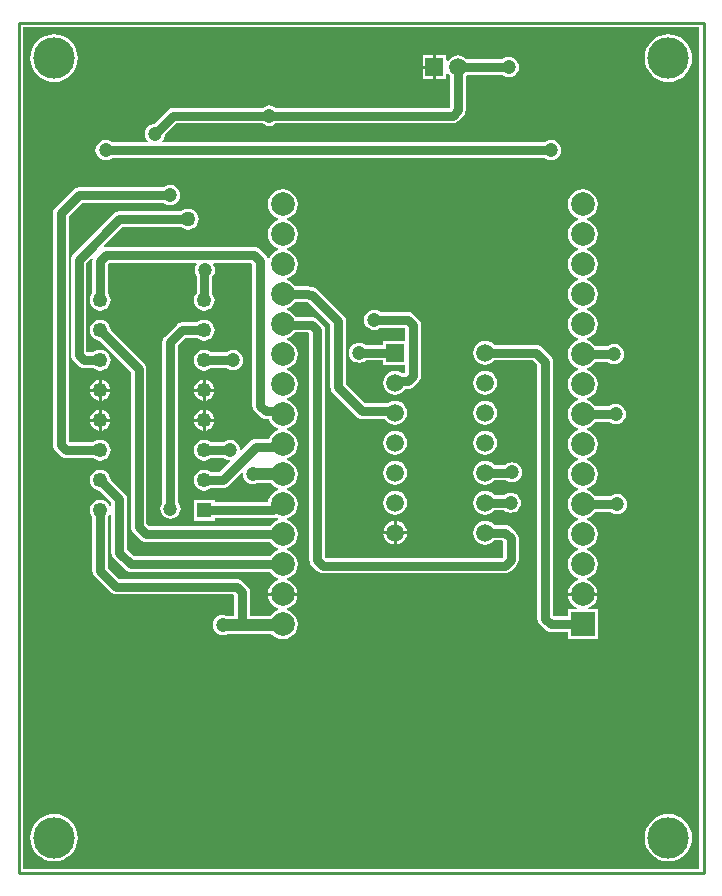
<source format=gbl>
G04*
G04 #@! TF.GenerationSoftware,Altium Limited,Altium Designer,22.1.2 (22)*
G04*
G04 Layer_Physical_Order=2*
G04 Layer_Color=16711680*
%FSLAX42Y42*%
%MOMM*%
G71*
G04*
G04 #@! TF.SameCoordinates,3311E10D-72A5-427B-B7FE-1BE08177FCE0*
G04*
G04*
G04 #@! TF.FilePolarity,Positive*
G04*
G01*
G75*
%ADD15C,0.25*%
%ADD46C,0.80*%
%ADD47C,1.00*%
%ADD48R,2.00X2.00*%
%ADD49C,2.00*%
%ADD50R,1.50X1.50*%
%ADD51C,1.50*%
%ADD52R,1.25X1.25*%
%ADD53C,1.25*%
%ADD54C,1.20*%
%ADD55C,1.27*%
%ADD56C,3.50*%
G36*
X5761Y39D02*
X39D01*
Y7161D01*
X5761D01*
Y39D01*
D02*
G37*
%LPC*%
G36*
X3719Y6925D02*
X3693Y6922D01*
X3669Y6912D01*
X3648Y6896D01*
X3633Y6876D01*
X3631Y6876D01*
X3620Y6884D01*
Y6925D01*
X3532D01*
Y6824D01*
Y6724D01*
X3620D01*
Y6764D01*
X3631Y6772D01*
X3633Y6772D01*
X3648Y6752D01*
X3654Y6748D01*
Y6488D01*
X3645Y6479D01*
X2177D01*
X2165Y6488D01*
X2145Y6497D01*
X2122Y6500D01*
X2100Y6497D01*
X2079Y6488D01*
X2068Y6479D01*
X1308D01*
X1291Y6477D01*
X1275Y6471D01*
X1261Y6460D01*
X1147Y6346D01*
X1133Y6344D01*
X1113Y6336D01*
X1095Y6322D01*
X1081Y6304D01*
X1072Y6283D01*
X1070Y6261D01*
X1072Y6239D01*
X1081Y6218D01*
X1095Y6200D01*
X1096Y6199D01*
X1092Y6187D01*
X791D01*
X780Y6196D01*
X759Y6205D01*
X737Y6208D01*
X714Y6205D01*
X694Y6196D01*
X676Y6182D01*
X662Y6164D01*
X653Y6144D01*
X650Y6121D01*
X653Y6099D01*
X662Y6078D01*
X676Y6060D01*
X694Y6047D01*
X714Y6038D01*
X737Y6035D01*
X759Y6038D01*
X780Y6047D01*
X791Y6055D01*
X4454D01*
X4465Y6047D01*
X4486Y6038D01*
X4508Y6035D01*
X4531Y6038D01*
X4552Y6047D01*
X4569Y6060D01*
X4583Y6078D01*
X4592Y6099D01*
X4595Y6121D01*
X4592Y6144D01*
X4583Y6164D01*
X4569Y6182D01*
X4552Y6196D01*
X4531Y6205D01*
X4508Y6208D01*
X4486Y6205D01*
X4465Y6196D01*
X4454Y6187D01*
X1220D01*
X1216Y6199D01*
X1217Y6200D01*
X1230Y6218D01*
X1239Y6239D01*
X1241Y6253D01*
X1335Y6348D01*
X2068D01*
X2079Y6339D01*
X2100Y6330D01*
X2122Y6327D01*
X2145Y6330D01*
X2165Y6339D01*
X2177Y6348D01*
X3673D01*
X3690Y6350D01*
X3706Y6356D01*
X3719Y6367D01*
X3766Y6414D01*
X3777Y6427D01*
X3783Y6443D01*
X3785Y6460D01*
Y6748D01*
X3791Y6752D01*
X3795Y6758D01*
X4094D01*
X4106Y6750D01*
X4126Y6741D01*
X4149Y6738D01*
X4171Y6741D01*
X4192Y6750D01*
X4210Y6763D01*
X4223Y6781D01*
X4232Y6802D01*
X4235Y6824D01*
X4232Y6846D01*
X4223Y6867D01*
X4210Y6885D01*
X4192Y6899D01*
X4171Y6907D01*
X4149Y6910D01*
X4126Y6907D01*
X4106Y6899D01*
X4094Y6890D01*
X3795D01*
X3791Y6896D01*
X3770Y6912D01*
X3746Y6922D01*
X3719Y6925D01*
D02*
G37*
G36*
X3507Y6925D02*
X3419D01*
Y6837D01*
X3507D01*
Y6925D01*
D02*
G37*
G36*
Y6811D02*
X3419D01*
Y6724D01*
X3507D01*
Y6811D01*
D02*
G37*
G36*
X5500Y7101D02*
X5461Y7097D01*
X5423Y7086D01*
X5388Y7067D01*
X5358Y7042D01*
X5333Y7012D01*
X5314Y6977D01*
X5302Y6939D01*
X5299Y6900D01*
X5302Y6861D01*
X5314Y6823D01*
X5333Y6788D01*
X5358Y6758D01*
X5388Y6733D01*
X5423Y6714D01*
X5461Y6702D01*
X5500Y6699D01*
X5539Y6702D01*
X5577Y6714D01*
X5612Y6733D01*
X5642Y6758D01*
X5667Y6788D01*
X5686Y6823D01*
X5697Y6861D01*
X5701Y6900D01*
X5697Y6939D01*
X5686Y6977D01*
X5667Y7012D01*
X5642Y7042D01*
X5612Y7067D01*
X5577Y7086D01*
X5539Y7097D01*
X5500Y7101D01*
D02*
G37*
G36*
X300D02*
X261Y7097D01*
X223Y7086D01*
X188Y7067D01*
X158Y7042D01*
X133Y7012D01*
X114Y6977D01*
X102Y6939D01*
X99Y6900D01*
X102Y6861D01*
X114Y6823D01*
X133Y6788D01*
X158Y6758D01*
X188Y6733D01*
X223Y6714D01*
X261Y6702D01*
X300Y6699D01*
X339Y6702D01*
X377Y6714D01*
X412Y6733D01*
X442Y6758D01*
X467Y6788D01*
X486Y6823D01*
X497Y6861D01*
X501Y6900D01*
X497Y6939D01*
X486Y6977D01*
X467Y7012D01*
X442Y7042D01*
X412Y7067D01*
X377Y7086D01*
X339Y7097D01*
X300Y7101D01*
D02*
G37*
G36*
X1283Y5827D02*
X1260Y5824D01*
X1240Y5815D01*
X1228Y5806D01*
X508D01*
X491Y5804D01*
X475Y5798D01*
X461Y5787D01*
X309Y5635D01*
X298Y5621D01*
X292Y5605D01*
X290Y5588D01*
Y3628D01*
X292Y3611D01*
X298Y3595D01*
X309Y3582D01*
X356Y3535D01*
X369Y3524D01*
X385Y3518D01*
X402Y3515D01*
X632D01*
X646Y3505D01*
X667Y3496D01*
X690Y3493D01*
X713Y3496D01*
X735Y3505D01*
X753Y3519D01*
X767Y3537D01*
X776Y3558D01*
X779Y3581D01*
X776Y3604D01*
X767Y3626D01*
X753Y3644D01*
X735Y3658D01*
X713Y3667D01*
X690Y3670D01*
X667Y3667D01*
X646Y3658D01*
X632Y3647D01*
X430D01*
X422Y3656D01*
Y5561D01*
X535Y5674D01*
X1228D01*
X1240Y5666D01*
X1260Y5657D01*
X1283Y5654D01*
X1305Y5657D01*
X1326Y5666D01*
X1344Y5679D01*
X1357Y5697D01*
X1366Y5718D01*
X1369Y5740D01*
X1366Y5763D01*
X1357Y5783D01*
X1344Y5801D01*
X1326Y5815D01*
X1305Y5824D01*
X1283Y5827D01*
D02*
G37*
G36*
X2235Y5791D02*
X2202Y5786D01*
X2172Y5774D01*
X2146Y5754D01*
X2126Y5727D01*
X2113Y5697D01*
X2109Y5664D01*
X2113Y5631D01*
X2126Y5601D01*
X2146Y5575D01*
X2172Y5555D01*
X2198Y5544D01*
Y5530D01*
X2172Y5520D01*
X2146Y5500D01*
X2126Y5473D01*
X2113Y5443D01*
X2109Y5410D01*
X2113Y5377D01*
X2126Y5347D01*
X2146Y5321D01*
X2172Y5301D01*
X2198Y5290D01*
Y5276D01*
X2172Y5266D01*
X2146Y5246D01*
X2126Y5219D01*
X2120Y5206D01*
X2107Y5207D01*
X2102Y5219D01*
X2091Y5232D01*
X2043Y5281D01*
X2029Y5291D01*
X2013Y5298D01*
X1996Y5300D01*
X739D01*
X723Y5298D01*
X722Y5299D01*
X719Y5312D01*
X878Y5471D01*
X1375D01*
X1390Y5460D01*
X1412Y5451D01*
X1435Y5448D01*
X1458Y5451D01*
X1480Y5460D01*
X1499Y5474D01*
X1513Y5492D01*
X1522Y5514D01*
X1525Y5537D01*
X1522Y5560D01*
X1513Y5582D01*
X1499Y5601D01*
X1480Y5615D01*
X1458Y5624D01*
X1435Y5627D01*
X1412Y5624D01*
X1390Y5615D01*
X1375Y5603D01*
X851D01*
X834Y5601D01*
X818Y5594D01*
X804Y5584D01*
X461Y5241D01*
X451Y5227D01*
X444Y5211D01*
X442Y5194D01*
Y4390D01*
X444Y4373D01*
X451Y4357D01*
X461Y4344D01*
X508Y4297D01*
X522Y4286D01*
X538Y4280D01*
X555Y4277D01*
X632D01*
X646Y4267D01*
X667Y4258D01*
X690Y4255D01*
X713Y4258D01*
X735Y4267D01*
X753Y4281D01*
X767Y4299D01*
X776Y4320D01*
X779Y4343D01*
X776Y4366D01*
X767Y4388D01*
X753Y4406D01*
X735Y4420D01*
X713Y4429D01*
X690Y4432D01*
X667Y4429D01*
X646Y4420D01*
X632Y4409D01*
X582D01*
X574Y4418D01*
Y5167D01*
X612Y5205D01*
X625Y5202D01*
X626Y5201D01*
X624Y5186D01*
Y4910D01*
X614Y4896D01*
X605Y4874D01*
X602Y4851D01*
X605Y4828D01*
X614Y4807D01*
X628Y4789D01*
X646Y4775D01*
X667Y4766D01*
X690Y4763D01*
X713Y4766D01*
X735Y4775D01*
X753Y4789D01*
X767Y4807D01*
X776Y4828D01*
X779Y4851D01*
X776Y4874D01*
X767Y4896D01*
X756Y4910D01*
Y5158D01*
X766Y5168D01*
X1499D01*
X1506Y5156D01*
X1500Y5148D01*
X1492Y5128D01*
X1489Y5105D01*
X1492Y5083D01*
X1500Y5062D01*
X1507Y5054D01*
Y4913D01*
X1494Y4896D01*
X1485Y4874D01*
X1482Y4851D01*
X1485Y4828D01*
X1494Y4807D01*
X1508Y4789D01*
X1526Y4775D01*
X1547Y4766D01*
X1570Y4763D01*
X1593Y4766D01*
X1615Y4775D01*
X1633Y4789D01*
X1647Y4807D01*
X1656Y4828D01*
X1659Y4851D01*
X1656Y4874D01*
X1647Y4896D01*
X1639Y4907D01*
Y5048D01*
X1649Y5062D01*
X1658Y5083D01*
X1661Y5105D01*
X1658Y5128D01*
X1649Y5148D01*
X1644Y5156D01*
X1650Y5168D01*
X1969D01*
X1979Y5158D01*
Y3956D01*
X1981Y3939D01*
X1988Y3923D01*
X1998Y3909D01*
X2045Y3863D01*
X2059Y3852D01*
X2074Y3845D01*
X2092Y3843D01*
X2117D01*
X2126Y3823D01*
X2146Y3797D01*
X2172Y3777D01*
X2198Y3766D01*
Y3752D01*
X2172Y3742D01*
X2146Y3722D01*
X2126Y3695D01*
X2117Y3675D01*
X2009D01*
X1992Y3673D01*
X1976Y3666D01*
X1962Y3656D01*
X1889Y3583D01*
X1876Y3587D01*
X1874Y3604D01*
X1865Y3624D01*
X1852Y3642D01*
X1834Y3656D01*
X1813Y3665D01*
X1791Y3668D01*
X1768Y3665D01*
X1748Y3656D01*
X1736Y3647D01*
X1629D01*
X1615Y3658D01*
X1593Y3667D01*
X1570Y3670D01*
X1547Y3667D01*
X1526Y3658D01*
X1508Y3644D01*
X1494Y3626D01*
X1485Y3604D01*
X1482Y3581D01*
X1485Y3558D01*
X1494Y3537D01*
X1508Y3519D01*
X1526Y3505D01*
X1547Y3496D01*
X1570Y3493D01*
X1593Y3496D01*
X1615Y3505D01*
X1629Y3515D01*
X1736D01*
X1748Y3507D01*
X1768Y3498D01*
X1785Y3496D01*
X1789Y3483D01*
X1700Y3393D01*
X1629D01*
X1615Y3404D01*
X1593Y3413D01*
X1570Y3416D01*
X1547Y3413D01*
X1526Y3404D01*
X1508Y3390D01*
X1494Y3372D01*
X1485Y3350D01*
X1482Y3327D01*
X1485Y3304D01*
X1494Y3283D01*
X1508Y3265D01*
X1526Y3251D01*
X1547Y3242D01*
X1570Y3239D01*
X1593Y3242D01*
X1615Y3251D01*
X1629Y3261D01*
X1727D01*
X1744Y3264D01*
X1760Y3270D01*
X1774Y3281D01*
X1884Y3391D01*
X1896Y3385D01*
X1895Y3378D01*
X1898Y3356D01*
X1907Y3335D01*
X1920Y3317D01*
X1938Y3304D01*
X1959Y3295D01*
X1981Y3292D01*
X2003Y3295D01*
X2021Y3302D01*
X2135D01*
X2146Y3289D01*
X2172Y3269D01*
X2198Y3258D01*
Y3244D01*
X2172Y3234D01*
X2146Y3214D01*
X2126Y3187D01*
X2113Y3157D01*
X2111Y3139D01*
X1658D01*
Y3161D01*
X1482D01*
Y2985D01*
X1658D01*
Y3007D01*
X2152D01*
X2169Y3010D01*
X2176Y3013D01*
X2198Y3004D01*
Y2990D01*
X2172Y2980D01*
X2146Y2960D01*
X2128Y2936D01*
X1107D01*
X1082Y2961D01*
Y4272D01*
X1080Y4289D01*
X1073Y4305D01*
X1063Y4318D01*
X778Y4603D01*
X776Y4620D01*
X767Y4642D01*
X753Y4660D01*
X735Y4674D01*
X713Y4683D01*
X690Y4686D01*
X667Y4683D01*
X646Y4674D01*
X628Y4660D01*
X614Y4642D01*
X605Y4620D01*
X602Y4597D01*
X605Y4574D01*
X614Y4553D01*
X628Y4535D01*
X646Y4521D01*
X667Y4512D01*
X685Y4509D01*
X950Y4244D01*
Y2934D01*
X952Y2917D01*
X959Y2901D01*
X969Y2887D01*
X1033Y2824D01*
X1047Y2813D01*
X1062Y2806D01*
X1080Y2804D01*
X2128D01*
X2146Y2781D01*
X2172Y2761D01*
X2198Y2750D01*
Y2736D01*
X2172Y2726D01*
X2146Y2706D01*
X2128Y2682D01*
X976D01*
X917Y2741D01*
Y3167D01*
X915Y3184D01*
X908Y3200D01*
X898Y3213D01*
X778Y3333D01*
X776Y3350D01*
X767Y3372D01*
X753Y3390D01*
X735Y3404D01*
X713Y3413D01*
X690Y3416D01*
X667Y3413D01*
X646Y3404D01*
X628Y3390D01*
X614Y3372D01*
X605Y3350D01*
X602Y3327D01*
X605Y3304D01*
X614Y3283D01*
X628Y3265D01*
X646Y3251D01*
X667Y3242D01*
X685Y3239D01*
X785Y3139D01*
Y3108D01*
X772Y3105D01*
X767Y3118D01*
X753Y3136D01*
X735Y3150D01*
X713Y3159D01*
X690Y3162D01*
X667Y3159D01*
X646Y3150D01*
X628Y3136D01*
X614Y3118D01*
X605Y3096D01*
X602Y3073D01*
X605Y3050D01*
X614Y3029D01*
X624Y3015D01*
Y2561D01*
X627Y2544D01*
X633Y2528D01*
X644Y2514D01*
X779Y2379D01*
X793Y2369D01*
X808Y2362D01*
X826Y2360D01*
X1818D01*
X1826Y2352D01*
Y2180D01*
X1757D01*
X1749Y2184D01*
X1727Y2187D01*
X1705Y2184D01*
X1684Y2175D01*
X1666Y2161D01*
X1653Y2143D01*
X1644Y2123D01*
X1641Y2100D01*
X1644Y2078D01*
X1653Y2057D01*
X1666Y2040D01*
X1684Y2026D01*
X1705Y2017D01*
X1727Y2014D01*
X1749Y2017D01*
X1770Y2026D01*
X1773Y2028D01*
X2138D01*
X2146Y2019D01*
X2172Y1999D01*
X2202Y1986D01*
X2235Y1982D01*
X2268Y1986D01*
X2298Y1999D01*
X2325Y2019D01*
X2345Y2045D01*
X2357Y2075D01*
X2362Y2108D01*
X2357Y2141D01*
X2345Y2171D01*
X2325Y2198D01*
X2298Y2218D01*
X2273Y2228D01*
Y2242D01*
X2298Y2253D01*
X2325Y2273D01*
X2345Y2299D01*
X2357Y2329D01*
X2360Y2350D01*
X2235D01*
X2110D01*
X2113Y2329D01*
X2126Y2299D01*
X2146Y2273D01*
X2172Y2253D01*
X2198Y2242D01*
Y2228D01*
X2172Y2218D01*
X2146Y2198D01*
X2133Y2180D01*
X1958D01*
Y2379D01*
X1956Y2396D01*
X1949Y2412D01*
X1939Y2425D01*
X1892Y2472D01*
X1878Y2483D01*
X1863Y2489D01*
X1845Y2492D01*
X853D01*
X756Y2588D01*
Y3015D01*
X767Y3029D01*
X772Y3042D01*
X785Y3039D01*
Y2714D01*
X787Y2697D01*
X794Y2681D01*
X804Y2667D01*
X902Y2570D01*
X916Y2559D01*
X931Y2552D01*
X949Y2550D01*
X2128D01*
X2146Y2527D01*
X2172Y2507D01*
X2198Y2496D01*
Y2482D01*
X2172Y2472D01*
X2146Y2452D01*
X2126Y2425D01*
X2113Y2395D01*
X2110Y2375D01*
X2235D01*
X2360D01*
X2357Y2395D01*
X2345Y2425D01*
X2325Y2452D01*
X2298Y2472D01*
X2273Y2482D01*
Y2496D01*
X2298Y2507D01*
X2325Y2527D01*
X2345Y2553D01*
X2357Y2583D01*
X2362Y2616D01*
X2357Y2649D01*
X2345Y2679D01*
X2325Y2706D01*
X2298Y2726D01*
X2273Y2736D01*
Y2750D01*
X2298Y2761D01*
X2325Y2781D01*
X2345Y2807D01*
X2357Y2837D01*
X2362Y2870D01*
X2357Y2903D01*
X2345Y2933D01*
X2325Y2960D01*
X2298Y2980D01*
X2273Y2990D01*
Y3004D01*
X2298Y3015D01*
X2325Y3035D01*
X2345Y3061D01*
X2357Y3091D01*
X2362Y3124D01*
X2357Y3157D01*
X2345Y3187D01*
X2325Y3214D01*
X2298Y3234D01*
X2273Y3244D01*
Y3258D01*
X2298Y3269D01*
X2325Y3289D01*
X2345Y3315D01*
X2357Y3345D01*
X2362Y3378D01*
X2357Y3411D01*
X2345Y3441D01*
X2325Y3468D01*
X2298Y3488D01*
X2273Y3498D01*
Y3512D01*
X2298Y3523D01*
X2325Y3543D01*
X2345Y3569D01*
X2357Y3599D01*
X2362Y3632D01*
X2357Y3665D01*
X2345Y3695D01*
X2325Y3722D01*
X2298Y3742D01*
X2273Y3752D01*
Y3766D01*
X2298Y3777D01*
X2325Y3797D01*
X2345Y3823D01*
X2357Y3853D01*
X2362Y3886D01*
X2357Y3919D01*
X2345Y3949D01*
X2325Y3976D01*
X2298Y3996D01*
X2273Y4006D01*
Y4020D01*
X2298Y4031D01*
X2325Y4051D01*
X2345Y4077D01*
X2357Y4107D01*
X2362Y4140D01*
X2357Y4173D01*
X2345Y4203D01*
X2325Y4230D01*
X2298Y4250D01*
X2273Y4260D01*
Y4274D01*
X2298Y4285D01*
X2325Y4305D01*
X2345Y4331D01*
X2357Y4361D01*
X2362Y4394D01*
X2357Y4427D01*
X2345Y4457D01*
X2325Y4484D01*
X2298Y4504D01*
X2273Y4514D01*
Y4528D01*
X2298Y4539D01*
X2325Y4559D01*
X2340Y4578D01*
X2453D01*
X2461Y4570D01*
Y2650D01*
X2464Y2633D01*
X2470Y2617D01*
X2481Y2604D01*
X2528Y2557D01*
X2541Y2546D01*
X2557Y2540D01*
X2574Y2538D01*
X4119D01*
X4136Y2540D01*
X4152Y2546D01*
X4165Y2557D01*
X4212Y2604D01*
X4223Y2617D01*
X4229Y2633D01*
X4232Y2650D01*
Y2836D01*
X4229Y2853D01*
X4223Y2869D01*
X4212Y2883D01*
X4165Y2930D01*
X4152Y2940D01*
X4136Y2947D01*
X4119Y2949D01*
X4026D01*
X4021Y2955D01*
X4000Y2971D01*
X3976Y2981D01*
X3950Y2984D01*
X3923Y2981D01*
X3899Y2971D01*
X3878Y2955D01*
X3862Y2934D01*
X3852Y2909D01*
X3848Y2883D01*
X3852Y2857D01*
X3862Y2832D01*
X3878Y2811D01*
X3899Y2795D01*
X3923Y2785D01*
X3950Y2782D01*
X3976Y2785D01*
X4000Y2795D01*
X4021Y2811D01*
X4026Y2817D01*
X4091D01*
X4100Y2809D01*
Y2678D01*
X4091Y2669D01*
X2601D01*
X2593Y2678D01*
Y4597D01*
X2591Y4614D01*
X2584Y4630D01*
X2574Y4644D01*
X2527Y4691D01*
X2513Y4701D01*
X2498Y4708D01*
X2480Y4710D01*
X2345D01*
X2345Y4711D01*
X2325Y4738D01*
X2298Y4758D01*
X2273Y4768D01*
Y4782D01*
X2298Y4793D01*
X2325Y4813D01*
X2343Y4836D01*
X2434D01*
X2438Y4835D01*
X2453Y4833D01*
X2639Y4646D01*
Y4115D01*
X2641Y4098D01*
X2648Y4082D01*
X2658Y4068D01*
X2862Y3865D01*
X2875Y3854D01*
X2891Y3848D01*
X2908Y3846D01*
X3102D01*
X3116Y3827D01*
X3137Y3811D01*
X3161Y3801D01*
X3188Y3798D01*
X3214Y3801D01*
X3238Y3811D01*
X3259Y3827D01*
X3275Y3848D01*
X3286Y3873D01*
X3289Y3899D01*
X3286Y3925D01*
X3275Y3950D01*
X3259Y3971D01*
X3238Y3987D01*
X3214Y3997D01*
X3188Y4000D01*
X3161Y3997D01*
X3137Y3987D01*
X3125Y3978D01*
X2936D01*
X2771Y4142D01*
Y4674D01*
X2769Y4691D01*
X2762Y4707D01*
X2752Y4720D01*
X2527Y4945D01*
X2513Y4956D01*
X2497Y4962D01*
X2480Y4964D01*
X2472D01*
X2468Y4966D01*
X2451Y4968D01*
X2343D01*
X2325Y4992D01*
X2298Y5012D01*
X2273Y5022D01*
Y5036D01*
X2298Y5047D01*
X2325Y5067D01*
X2345Y5093D01*
X2357Y5123D01*
X2362Y5156D01*
X2357Y5189D01*
X2345Y5219D01*
X2325Y5246D01*
X2298Y5266D01*
X2273Y5276D01*
Y5290D01*
X2298Y5301D01*
X2325Y5321D01*
X2345Y5347D01*
X2357Y5377D01*
X2362Y5410D01*
X2357Y5443D01*
X2345Y5473D01*
X2325Y5500D01*
X2298Y5520D01*
X2273Y5530D01*
Y5544D01*
X2298Y5555D01*
X2325Y5575D01*
X2345Y5601D01*
X2357Y5631D01*
X2362Y5664D01*
X2357Y5697D01*
X2345Y5727D01*
X2325Y5754D01*
X2298Y5774D01*
X2268Y5786D01*
X2235Y5791D01*
D02*
G37*
G36*
X1570Y4686D02*
X1547Y4683D01*
X1526Y4674D01*
X1512Y4663D01*
X1384D01*
X1367Y4661D01*
X1351Y4655D01*
X1338Y4644D01*
X1236Y4542D01*
X1226Y4529D01*
X1219Y4513D01*
X1217Y4496D01*
Y3138D01*
X1210Y3129D01*
X1201Y3108D01*
X1198Y3086D01*
X1201Y3064D01*
X1210Y3043D01*
X1224Y3025D01*
X1242Y3012D01*
X1262Y3003D01*
X1285Y3000D01*
X1307Y3003D01*
X1328Y3012D01*
X1346Y3025D01*
X1359Y3043D01*
X1368Y3064D01*
X1371Y3086D01*
X1368Y3108D01*
X1359Y3129D01*
X1349Y3143D01*
Y4468D01*
X1412Y4531D01*
X1512D01*
X1526Y4521D01*
X1547Y4512D01*
X1570Y4509D01*
X1593Y4512D01*
X1615Y4521D01*
X1633Y4535D01*
X1647Y4553D01*
X1656Y4574D01*
X1659Y4597D01*
X1656Y4620D01*
X1647Y4642D01*
X1633Y4660D01*
X1615Y4674D01*
X1593Y4683D01*
X1570Y4686D01*
D02*
G37*
G36*
X3010Y4772D02*
X2988Y4770D01*
X2967Y4761D01*
X2949Y4747D01*
X2935Y4729D01*
X2927Y4709D01*
X2924Y4686D01*
X2927Y4664D01*
X2935Y4643D01*
X2949Y4625D01*
X2967Y4612D01*
X2988Y4603D01*
X3010Y4600D01*
X3032Y4603D01*
X3053Y4612D01*
X3064Y4620D01*
X3266D01*
X3274Y4612D01*
Y4507D01*
X3087D01*
Y4473D01*
X2937D01*
X2926Y4481D01*
X2905Y4490D01*
X2883Y4493D01*
X2861Y4490D01*
X2840Y4481D01*
X2822Y4468D01*
X2808Y4450D01*
X2800Y4429D01*
X2797Y4407D01*
X2800Y4385D01*
X2808Y4364D01*
X2822Y4346D01*
X2840Y4332D01*
X2861Y4324D01*
X2883Y4321D01*
X2905Y4324D01*
X2926Y4332D01*
X2937Y4341D01*
X3087D01*
Y4306D01*
X3274D01*
Y4240D01*
X3266Y4232D01*
X3249D01*
X3238Y4241D01*
X3214Y4251D01*
X3188Y4254D01*
X3161Y4251D01*
X3137Y4241D01*
X3116Y4225D01*
X3100Y4204D01*
X3090Y4179D01*
X3086Y4153D01*
X3090Y4127D01*
X3100Y4102D01*
X3116Y4081D01*
X3137Y4065D01*
X3161Y4055D01*
X3188Y4052D01*
X3214Y4055D01*
X3238Y4065D01*
X3259Y4081D01*
X3274Y4100D01*
X3293D01*
X3310Y4103D01*
X3326Y4109D01*
X3340Y4120D01*
X3387Y4167D01*
X3397Y4180D01*
X3404Y4196D01*
X3406Y4213D01*
Y4639D01*
X3404Y4657D01*
X3397Y4672D01*
X3387Y4686D01*
X3340Y4733D01*
X3326Y4743D01*
X3310Y4750D01*
X3293Y4752D01*
X3064D01*
X3053Y4761D01*
X3032Y4770D01*
X3010Y4772D01*
D02*
G37*
G36*
X4775Y5791D02*
X4742Y5786D01*
X4712Y5774D01*
X4686Y5754D01*
X4666Y5727D01*
X4653Y5697D01*
X4649Y5664D01*
X4653Y5631D01*
X4666Y5601D01*
X4686Y5575D01*
X4712Y5555D01*
X4738Y5544D01*
Y5530D01*
X4712Y5520D01*
X4686Y5500D01*
X4666Y5473D01*
X4653Y5443D01*
X4649Y5410D01*
X4653Y5377D01*
X4666Y5347D01*
X4686Y5321D01*
X4712Y5301D01*
X4738Y5290D01*
Y5276D01*
X4712Y5266D01*
X4686Y5246D01*
X4666Y5219D01*
X4653Y5189D01*
X4649Y5156D01*
X4653Y5123D01*
X4666Y5093D01*
X4686Y5067D01*
X4712Y5047D01*
X4738Y5036D01*
Y5022D01*
X4712Y5012D01*
X4686Y4992D01*
X4666Y4965D01*
X4653Y4935D01*
X4649Y4902D01*
X4653Y4869D01*
X4666Y4839D01*
X4686Y4813D01*
X4712Y4793D01*
X4738Y4782D01*
Y4768D01*
X4712Y4758D01*
X4686Y4738D01*
X4666Y4711D01*
X4653Y4681D01*
X4649Y4648D01*
X4653Y4615D01*
X4666Y4585D01*
X4686Y4559D01*
X4712Y4539D01*
X4738Y4528D01*
Y4514D01*
X4712Y4504D01*
X4686Y4484D01*
X4666Y4457D01*
X4653Y4427D01*
X4649Y4394D01*
X4653Y4361D01*
X4666Y4331D01*
X4686Y4305D01*
X4712Y4285D01*
X4738Y4274D01*
Y4260D01*
X4712Y4250D01*
X4686Y4230D01*
X4666Y4203D01*
X4653Y4173D01*
X4649Y4140D01*
X4653Y4107D01*
X4666Y4077D01*
X4686Y4051D01*
X4712Y4031D01*
X4738Y4020D01*
Y4006D01*
X4712Y3996D01*
X4686Y3976D01*
X4666Y3949D01*
X4653Y3919D01*
X4649Y3886D01*
X4653Y3853D01*
X4666Y3823D01*
X4686Y3797D01*
X4712Y3777D01*
X4738Y3766D01*
Y3752D01*
X4712Y3742D01*
X4686Y3722D01*
X4666Y3695D01*
X4653Y3665D01*
X4649Y3632D01*
X4653Y3599D01*
X4666Y3569D01*
X4686Y3543D01*
X4712Y3523D01*
X4738Y3512D01*
Y3498D01*
X4712Y3488D01*
X4686Y3468D01*
X4666Y3441D01*
X4653Y3411D01*
X4649Y3378D01*
X4653Y3345D01*
X4666Y3315D01*
X4686Y3289D01*
X4712Y3269D01*
X4738Y3258D01*
Y3244D01*
X4712Y3234D01*
X4686Y3214D01*
X4666Y3187D01*
X4653Y3157D01*
X4649Y3124D01*
X4653Y3091D01*
X4666Y3061D01*
X4686Y3035D01*
X4712Y3015D01*
X4738Y3004D01*
Y2990D01*
X4712Y2980D01*
X4686Y2960D01*
X4666Y2933D01*
X4653Y2903D01*
X4649Y2870D01*
X4653Y2837D01*
X4666Y2807D01*
X4686Y2781D01*
X4712Y2761D01*
X4738Y2750D01*
Y2736D01*
X4712Y2726D01*
X4686Y2706D01*
X4666Y2679D01*
X4653Y2649D01*
X4649Y2616D01*
X4653Y2583D01*
X4666Y2553D01*
X4686Y2527D01*
X4712Y2507D01*
X4738Y2496D01*
Y2482D01*
X4712Y2472D01*
X4686Y2452D01*
X4666Y2425D01*
X4653Y2395D01*
X4650Y2375D01*
X4775D01*
X4900D01*
X4897Y2395D01*
X4885Y2425D01*
X4865Y2452D01*
X4838Y2472D01*
X4813Y2482D01*
Y2496D01*
X4838Y2507D01*
X4865Y2527D01*
X4885Y2553D01*
X4897Y2583D01*
X4902Y2616D01*
X4897Y2649D01*
X4885Y2679D01*
X4865Y2706D01*
X4838Y2726D01*
X4813Y2736D01*
Y2750D01*
X4838Y2761D01*
X4865Y2781D01*
X4885Y2807D01*
X4897Y2837D01*
X4902Y2870D01*
X4897Y2903D01*
X4885Y2933D01*
X4865Y2960D01*
X4838Y2980D01*
X4813Y2990D01*
Y3004D01*
X4838Y3015D01*
X4865Y3035D01*
X4883Y3058D01*
X5013D01*
X5024Y3050D01*
X5045Y3041D01*
X5067Y3038D01*
X5090Y3041D01*
X5110Y3050D01*
X5128Y3063D01*
X5142Y3081D01*
X5151Y3102D01*
X5153Y3124D01*
X5151Y3146D01*
X5142Y3167D01*
X5128Y3185D01*
X5110Y3199D01*
X5090Y3207D01*
X5067Y3210D01*
X5045Y3207D01*
X5024Y3199D01*
X5013Y3190D01*
X4883D01*
X4865Y3214D01*
X4838Y3234D01*
X4813Y3244D01*
Y3258D01*
X4838Y3269D01*
X4865Y3289D01*
X4885Y3315D01*
X4897Y3345D01*
X4902Y3378D01*
X4897Y3411D01*
X4885Y3441D01*
X4865Y3468D01*
X4838Y3488D01*
X4813Y3498D01*
Y3512D01*
X4838Y3523D01*
X4865Y3543D01*
X4885Y3569D01*
X4897Y3599D01*
X4902Y3632D01*
X4897Y3665D01*
X4885Y3695D01*
X4865Y3722D01*
X4838Y3742D01*
X4813Y3752D01*
Y3766D01*
X4838Y3777D01*
X4865Y3797D01*
X4883Y3820D01*
X5000D01*
X5012Y3812D01*
X5032Y3803D01*
X5055Y3800D01*
X5077Y3803D01*
X5098Y3812D01*
X5116Y3825D01*
X5129Y3843D01*
X5138Y3864D01*
X5141Y3886D01*
X5138Y3908D01*
X5129Y3929D01*
X5116Y3947D01*
X5098Y3961D01*
X5077Y3969D01*
X5055Y3972D01*
X5032Y3969D01*
X5012Y3961D01*
X5000Y3952D01*
X4883D01*
X4865Y3976D01*
X4838Y3996D01*
X4813Y4006D01*
Y4020D01*
X4838Y4031D01*
X4865Y4051D01*
X4885Y4077D01*
X4897Y4107D01*
X4902Y4140D01*
X4897Y4173D01*
X4885Y4203D01*
X4865Y4230D01*
X4838Y4250D01*
X4813Y4260D01*
Y4274D01*
X4838Y4285D01*
X4865Y4305D01*
X4883Y4328D01*
X4978D01*
X4986Y4329D01*
X4999Y4320D01*
X5020Y4311D01*
X5042Y4308D01*
X5064Y4311D01*
X5085Y4320D01*
X5103Y4333D01*
X5116Y4351D01*
X5125Y4372D01*
X5128Y4394D01*
X5125Y4416D01*
X5116Y4437D01*
X5103Y4455D01*
X5085Y4469D01*
X5064Y4477D01*
X5042Y4480D01*
X5020Y4477D01*
X4999Y4469D01*
X4986Y4459D01*
X4978Y4460D01*
X4883D01*
X4865Y4484D01*
X4838Y4504D01*
X4813Y4514D01*
Y4528D01*
X4838Y4539D01*
X4865Y4559D01*
X4885Y4585D01*
X4897Y4615D01*
X4902Y4648D01*
X4897Y4681D01*
X4885Y4711D01*
X4865Y4738D01*
X4838Y4758D01*
X4813Y4768D01*
Y4782D01*
X4838Y4793D01*
X4865Y4813D01*
X4885Y4839D01*
X4897Y4869D01*
X4902Y4902D01*
X4897Y4935D01*
X4885Y4965D01*
X4865Y4992D01*
X4838Y5012D01*
X4813Y5022D01*
Y5036D01*
X4838Y5047D01*
X4865Y5067D01*
X4885Y5093D01*
X4897Y5123D01*
X4902Y5156D01*
X4897Y5189D01*
X4885Y5219D01*
X4865Y5246D01*
X4838Y5266D01*
X4813Y5276D01*
Y5290D01*
X4838Y5301D01*
X4865Y5321D01*
X4885Y5347D01*
X4897Y5377D01*
X4902Y5410D01*
X4897Y5443D01*
X4885Y5473D01*
X4865Y5500D01*
X4838Y5520D01*
X4813Y5530D01*
Y5544D01*
X4838Y5555D01*
X4865Y5575D01*
X4885Y5601D01*
X4897Y5631D01*
X4902Y5664D01*
X4897Y5697D01*
X4885Y5727D01*
X4865Y5754D01*
X4838Y5774D01*
X4808Y5786D01*
X4775Y5791D01*
D02*
G37*
G36*
X1570Y4432D02*
X1547Y4429D01*
X1526Y4420D01*
X1508Y4406D01*
X1494Y4388D01*
X1485Y4366D01*
X1482Y4343D01*
X1485Y4320D01*
X1494Y4299D01*
X1508Y4281D01*
X1526Y4267D01*
X1547Y4258D01*
X1570Y4255D01*
X1593Y4258D01*
X1615Y4267D01*
X1629Y4277D01*
X1762D01*
X1773Y4269D01*
X1794Y4260D01*
X1816Y4257D01*
X1838Y4260D01*
X1859Y4269D01*
X1877Y4282D01*
X1891Y4300D01*
X1899Y4321D01*
X1902Y4343D01*
X1899Y4366D01*
X1891Y4386D01*
X1877Y4404D01*
X1859Y4418D01*
X1838Y4427D01*
X1816Y4430D01*
X1794Y4427D01*
X1773Y4418D01*
X1762Y4409D01*
X1629D01*
X1615Y4420D01*
X1593Y4429D01*
X1570Y4432D01*
D02*
G37*
G36*
X1583Y4176D02*
Y4102D01*
X1657D01*
X1656Y4112D01*
X1647Y4134D01*
X1633Y4152D01*
X1615Y4166D01*
X1593Y4175D01*
X1583Y4176D01*
D02*
G37*
G36*
X703D02*
Y4102D01*
X777D01*
X776Y4112D01*
X767Y4134D01*
X753Y4152D01*
X735Y4166D01*
X713Y4175D01*
X703Y4176D01*
D02*
G37*
G36*
X678D02*
X667Y4175D01*
X646Y4166D01*
X628Y4152D01*
X614Y4134D01*
X605Y4112D01*
X603Y4102D01*
X678D01*
Y4176D01*
D02*
G37*
G36*
X1558D02*
X1547Y4175D01*
X1526Y4166D01*
X1508Y4152D01*
X1494Y4134D01*
X1485Y4112D01*
X1483Y4102D01*
X1558D01*
Y4176D01*
D02*
G37*
G36*
X3950Y4254D02*
X3923Y4251D01*
X3899Y4241D01*
X3878Y4225D01*
X3862Y4204D01*
X3852Y4179D01*
X3848Y4153D01*
X3852Y4127D01*
X3862Y4102D01*
X3878Y4081D01*
X3899Y4065D01*
X3923Y4055D01*
X3950Y4052D01*
X3976Y4055D01*
X4000Y4065D01*
X4021Y4081D01*
X4037Y4102D01*
X4048Y4127D01*
X4051Y4153D01*
X4048Y4179D01*
X4037Y4204D01*
X4021Y4225D01*
X4000Y4241D01*
X3976Y4251D01*
X3950Y4254D01*
D02*
G37*
G36*
X1657Y4077D02*
X1583D01*
Y4002D01*
X1593Y4004D01*
X1615Y4013D01*
X1633Y4027D01*
X1647Y4045D01*
X1656Y4066D01*
X1657Y4077D01*
D02*
G37*
G36*
X777D02*
X703D01*
Y4002D01*
X713Y4004D01*
X735Y4013D01*
X753Y4027D01*
X767Y4045D01*
X776Y4066D01*
X777Y4077D01*
D02*
G37*
G36*
X678D02*
X603D01*
X605Y4066D01*
X614Y4045D01*
X628Y4027D01*
X646Y4013D01*
X667Y4004D01*
X678Y4002D01*
Y4077D01*
D02*
G37*
G36*
X1558D02*
X1483D01*
X1485Y4066D01*
X1494Y4045D01*
X1508Y4027D01*
X1526Y4013D01*
X1547Y4004D01*
X1558Y4002D01*
Y4077D01*
D02*
G37*
G36*
X1583Y3922D02*
Y3848D01*
X1657D01*
X1656Y3858D01*
X1647Y3880D01*
X1633Y3898D01*
X1615Y3912D01*
X1593Y3921D01*
X1583Y3922D01*
D02*
G37*
G36*
X703D02*
Y3848D01*
X777D01*
X776Y3858D01*
X767Y3880D01*
X753Y3898D01*
X735Y3912D01*
X713Y3921D01*
X703Y3922D01*
D02*
G37*
G36*
X1558D02*
X1547Y3921D01*
X1526Y3912D01*
X1508Y3898D01*
X1494Y3880D01*
X1485Y3858D01*
X1483Y3848D01*
X1558D01*
Y3922D01*
D02*
G37*
G36*
X678D02*
X667Y3921D01*
X646Y3912D01*
X628Y3898D01*
X614Y3880D01*
X605Y3858D01*
X603Y3848D01*
X678D01*
Y3922D01*
D02*
G37*
G36*
X3950Y4000D02*
X3923Y3997D01*
X3899Y3987D01*
X3878Y3971D01*
X3862Y3950D01*
X3852Y3925D01*
X3848Y3899D01*
X3852Y3873D01*
X3862Y3848D01*
X3878Y3827D01*
X3899Y3811D01*
X3923Y3801D01*
X3950Y3798D01*
X3976Y3801D01*
X4000Y3811D01*
X4021Y3827D01*
X4037Y3848D01*
X4048Y3873D01*
X4051Y3899D01*
X4048Y3925D01*
X4037Y3950D01*
X4021Y3971D01*
X4000Y3987D01*
X3976Y3997D01*
X3950Y4000D01*
D02*
G37*
G36*
X777Y3823D02*
X703D01*
Y3748D01*
X713Y3750D01*
X735Y3759D01*
X753Y3773D01*
X767Y3791D01*
X776Y3812D01*
X777Y3823D01*
D02*
G37*
G36*
X1657D02*
X1583D01*
Y3748D01*
X1593Y3750D01*
X1615Y3759D01*
X1633Y3773D01*
X1647Y3791D01*
X1656Y3812D01*
X1657Y3823D01*
D02*
G37*
G36*
X1558D02*
X1483D01*
X1485Y3812D01*
X1494Y3791D01*
X1508Y3773D01*
X1526Y3759D01*
X1547Y3750D01*
X1558Y3748D01*
Y3823D01*
D02*
G37*
G36*
X678D02*
X603D01*
X605Y3812D01*
X614Y3791D01*
X628Y3773D01*
X646Y3759D01*
X667Y3750D01*
X678Y3748D01*
Y3823D01*
D02*
G37*
G36*
X3950Y3746D02*
X3923Y3743D01*
X3899Y3733D01*
X3878Y3717D01*
X3862Y3696D01*
X3852Y3671D01*
X3848Y3645D01*
X3852Y3619D01*
X3862Y3594D01*
X3878Y3573D01*
X3899Y3557D01*
X3923Y3547D01*
X3950Y3544D01*
X3976Y3547D01*
X4000Y3557D01*
X4021Y3573D01*
X4037Y3594D01*
X4048Y3619D01*
X4051Y3645D01*
X4048Y3671D01*
X4037Y3696D01*
X4021Y3717D01*
X4000Y3733D01*
X3976Y3743D01*
X3950Y3746D01*
D02*
G37*
G36*
X3188D02*
X3161Y3743D01*
X3137Y3733D01*
X3116Y3717D01*
X3100Y3696D01*
X3090Y3671D01*
X3086Y3645D01*
X3090Y3619D01*
X3100Y3594D01*
X3116Y3573D01*
X3137Y3557D01*
X3161Y3547D01*
X3188Y3544D01*
X3214Y3547D01*
X3238Y3557D01*
X3259Y3573D01*
X3275Y3594D01*
X3286Y3619D01*
X3289Y3645D01*
X3286Y3671D01*
X3275Y3696D01*
X3259Y3717D01*
X3238Y3733D01*
X3214Y3743D01*
X3188Y3746D01*
D02*
G37*
G36*
X3950Y3492D02*
X3923Y3489D01*
X3899Y3479D01*
X3878Y3463D01*
X3862Y3442D01*
X3852Y3417D01*
X3848Y3391D01*
X3852Y3365D01*
X3862Y3340D01*
X3878Y3319D01*
X3899Y3303D01*
X3923Y3293D01*
X3950Y3290D01*
X3976Y3293D01*
X4000Y3303D01*
X4021Y3319D01*
X4027Y3327D01*
X4123D01*
X4132Y3319D01*
X4153Y3311D01*
X4175Y3308D01*
X4197Y3311D01*
X4218Y3319D01*
X4236Y3333D01*
X4250Y3351D01*
X4258Y3372D01*
X4261Y3394D01*
X4258Y3416D01*
X4250Y3437D01*
X4236Y3455D01*
X4218Y3469D01*
X4197Y3477D01*
X4175Y3480D01*
X4153Y3477D01*
X4132Y3469D01*
X4119Y3458D01*
X4024D01*
X4021Y3463D01*
X4000Y3479D01*
X3976Y3489D01*
X3950Y3492D01*
D02*
G37*
G36*
X3188D02*
X3161Y3489D01*
X3137Y3479D01*
X3116Y3463D01*
X3100Y3442D01*
X3090Y3417D01*
X3086Y3391D01*
X3090Y3365D01*
X3100Y3340D01*
X3116Y3319D01*
X3137Y3303D01*
X3161Y3293D01*
X3188Y3290D01*
X3214Y3293D01*
X3238Y3303D01*
X3259Y3319D01*
X3275Y3340D01*
X3286Y3365D01*
X3289Y3391D01*
X3286Y3417D01*
X3275Y3442D01*
X3259Y3463D01*
X3238Y3479D01*
X3214Y3489D01*
X3188Y3492D01*
D02*
G37*
G36*
X3950Y3238D02*
X3923Y3235D01*
X3899Y3225D01*
X3878Y3209D01*
X3862Y3188D01*
X3852Y3163D01*
X3848Y3137D01*
X3852Y3111D01*
X3862Y3086D01*
X3878Y3065D01*
X3899Y3049D01*
X3923Y3039D01*
X3950Y3036D01*
X3976Y3039D01*
X4000Y3049D01*
X4021Y3065D01*
X4026Y3071D01*
X4111D01*
X4123Y3062D01*
X4143Y3054D01*
X4166Y3051D01*
X4188Y3054D01*
X4209Y3062D01*
X4227Y3076D01*
X4240Y3094D01*
X4249Y3115D01*
X4252Y3137D01*
X4249Y3159D01*
X4240Y3180D01*
X4227Y3198D01*
X4209Y3211D01*
X4188Y3220D01*
X4166Y3223D01*
X4143Y3220D01*
X4123Y3211D01*
X4111Y3203D01*
X4026D01*
X4021Y3209D01*
X4000Y3225D01*
X3976Y3235D01*
X3950Y3238D01*
D02*
G37*
G36*
X3188D02*
X3161Y3235D01*
X3137Y3225D01*
X3116Y3209D01*
X3100Y3188D01*
X3090Y3163D01*
X3086Y3137D01*
X3090Y3111D01*
X3100Y3086D01*
X3116Y3065D01*
X3137Y3049D01*
X3161Y3039D01*
X3188Y3036D01*
X3214Y3039D01*
X3238Y3049D01*
X3259Y3065D01*
X3275Y3086D01*
X3286Y3111D01*
X3289Y3137D01*
X3286Y3163D01*
X3275Y3188D01*
X3259Y3209D01*
X3238Y3225D01*
X3214Y3235D01*
X3188Y3238D01*
D02*
G37*
G36*
X3200Y2982D02*
Y2896D01*
X3287D01*
X3286Y2909D01*
X3275Y2934D01*
X3259Y2955D01*
X3238Y2971D01*
X3214Y2981D01*
X3200Y2982D01*
D02*
G37*
G36*
X3175D02*
X3161Y2981D01*
X3137Y2971D01*
X3116Y2955D01*
X3100Y2934D01*
X3090Y2909D01*
X3088Y2896D01*
X3175D01*
Y2982D01*
D02*
G37*
G36*
X3287Y2870D02*
X3200D01*
Y2783D01*
X3214Y2785D01*
X3238Y2795D01*
X3259Y2811D01*
X3275Y2832D01*
X3286Y2857D01*
X3287Y2870D01*
D02*
G37*
G36*
X3175D02*
X3088D01*
X3090Y2857D01*
X3100Y2832D01*
X3116Y2811D01*
X3137Y2795D01*
X3161Y2785D01*
X3175Y2783D01*
Y2870D01*
D02*
G37*
G36*
X3950Y4508D02*
X3923Y4505D01*
X3899Y4495D01*
X3878Y4479D01*
X3862Y4458D01*
X3852Y4433D01*
X3848Y4407D01*
X3852Y4381D01*
X3862Y4356D01*
X3878Y4335D01*
X3899Y4319D01*
X3923Y4309D01*
X3950Y4306D01*
X3976Y4309D01*
X4000Y4319D01*
X4021Y4335D01*
X4026Y4341D01*
X4354D01*
X4392Y4303D01*
Y2155D01*
X4394Y2138D01*
X4401Y2122D01*
X4411Y2108D01*
X4458Y2062D01*
X4472Y2051D01*
X4487Y2044D01*
X4505Y2042D01*
X4650D01*
Y1983D01*
X4901D01*
Y2234D01*
X4826D01*
X4823Y2246D01*
X4838Y2253D01*
X4865Y2273D01*
X4885Y2299D01*
X4897Y2329D01*
X4900Y2350D01*
X4775D01*
X4650D01*
X4653Y2329D01*
X4666Y2299D01*
X4686Y2273D01*
X4712Y2253D01*
X4727Y2246D01*
X4725Y2234D01*
X4650D01*
Y2174D01*
X4532D01*
X4524Y2182D01*
Y4331D01*
X4521Y4348D01*
X4515Y4364D01*
X4504Y4377D01*
X4428Y4454D01*
X4414Y4464D01*
X4399Y4471D01*
X4381Y4473D01*
X4026D01*
X4021Y4479D01*
X4000Y4495D01*
X3976Y4505D01*
X3950Y4508D01*
D02*
G37*
G36*
X5500Y501D02*
X5461Y497D01*
X5423Y486D01*
X5388Y467D01*
X5358Y442D01*
X5333Y412D01*
X5314Y377D01*
X5302Y339D01*
X5299Y300D01*
X5302Y261D01*
X5314Y223D01*
X5333Y188D01*
X5358Y158D01*
X5388Y133D01*
X5423Y114D01*
X5461Y102D01*
X5500Y99D01*
X5539Y102D01*
X5577Y114D01*
X5612Y133D01*
X5642Y158D01*
X5667Y188D01*
X5686Y223D01*
X5697Y261D01*
X5701Y300D01*
X5697Y339D01*
X5686Y377D01*
X5667Y412D01*
X5642Y442D01*
X5612Y467D01*
X5577Y486D01*
X5539Y497D01*
X5500Y501D01*
D02*
G37*
G36*
X300D02*
X261Y497D01*
X223Y486D01*
X188Y467D01*
X158Y442D01*
X133Y412D01*
X114Y377D01*
X102Y339D01*
X99Y300D01*
X102Y261D01*
X114Y223D01*
X133Y188D01*
X158Y158D01*
X188Y133D01*
X223Y114D01*
X261Y102D01*
X300Y99D01*
X339Y102D01*
X377Y114D01*
X412Y133D01*
X442Y158D01*
X467Y188D01*
X486Y223D01*
X497Y261D01*
X501Y300D01*
X497Y339D01*
X486Y377D01*
X467Y412D01*
X442Y442D01*
X412Y467D01*
X377Y486D01*
X339Y497D01*
X300Y501D01*
D02*
G37*
%LPD*%
D15*
X0Y0D02*
X5800D01*
X0Y7200D02*
X5800D01*
Y0D02*
Y7200D01*
X0Y0D02*
Y7200D01*
D46*
X1156Y6261D02*
X1308Y6414D01*
X2122D01*
X740Y6121D02*
X4508D01*
X738Y6123D02*
X740Y6121D01*
X508Y5740D02*
X1283D01*
X356Y5588D02*
X508Y5740D01*
X851Y5537D02*
X1435D01*
X508Y5194D02*
X851Y5537D01*
X1283Y3088D02*
X1285Y3086D01*
X1283Y3088D02*
Y4496D01*
X2132Y6414D02*
X3673D01*
X3719Y6460D02*
Y6824D01*
X3673Y6414D02*
X3719Y6460D01*
X508Y4390D02*
Y5194D01*
X1573Y4854D02*
Y5103D01*
X739Y5234D02*
X1996D01*
X1573Y5103D02*
X1575Y5105D01*
X1996Y5234D02*
X2045Y5186D01*
X690D02*
X739Y5234D01*
X4119Y2883D02*
X4166Y2836D01*
X3950Y2883D02*
X4119D01*
X4166Y2650D02*
Y2836D01*
X4119Y2603D02*
X4166Y2650D01*
X2574Y2603D02*
X4119D01*
X2239Y4644D02*
X2480D01*
X2527Y4597D01*
Y2650D02*
Y4597D01*
Y2650D02*
X2574Y2603D01*
X2235Y4648D02*
X2239Y4644D01*
X356Y3628D02*
Y5588D01*
X402Y3581D02*
X690D01*
X356Y3628D02*
X402Y3581D01*
X555Y4343D02*
X690D01*
X508Y4390D02*
X555Y4343D01*
X1570D02*
X1816D01*
X1570Y4851D02*
X1573Y4854D01*
X690Y4851D02*
Y5186D01*
X2045Y3956D02*
Y5186D01*
X1727Y3327D02*
X2009Y3609D01*
X1570Y3327D02*
X1727D01*
X2009Y3609D02*
X2212D01*
X1570Y3581D02*
X1791D01*
X2212Y3609D02*
X2235Y3632D01*
X1080Y2870D02*
X2235D01*
X1016Y2934D02*
X1080Y2870D01*
X1283Y4496D02*
X1384Y4597D01*
X1570D01*
X2045Y3956D02*
X2092Y3909D01*
X2212D01*
X2235Y3886D01*
X3010Y4686D02*
X3293D01*
X3340Y4639D01*
Y4213D02*
Y4639D01*
X3201Y4166D02*
X3293D01*
X3340Y4213D01*
X3188Y4153D02*
X3201Y4166D01*
X4775Y3124D02*
X5067D01*
X4775Y3886D02*
X5055D01*
X4775Y4394D02*
X4978D01*
X2883Y4407D02*
X3188D01*
X2705Y4115D02*
Y4674D01*
X2480Y4898D02*
X2705Y4674D01*
Y4115D02*
X2908Y3912D01*
X3175D02*
X3188Y3899D01*
X2908Y3912D02*
X3175D01*
X2235Y4902D02*
X2451D01*
X3719Y6824D02*
X4149D01*
X3719Y6824D02*
X3719Y6824D01*
X4174Y3392D02*
X4175Y3394D01*
X3950Y3391D02*
X3951Y3392D01*
X4174D01*
X3950Y3137D02*
X4166D01*
X4458Y2155D02*
Y4331D01*
X3950Y4407D02*
X4381D01*
X4458Y4331D01*
X4505Y2108D02*
X4775D01*
X4458Y2155D02*
X4505Y2108D01*
X1016Y2934D02*
Y4272D01*
X690Y4597D02*
X1016Y4272D01*
X2203Y3124D02*
X2235D01*
X1570Y3073D02*
X2152D01*
X2203Y3124D01*
X851Y2714D02*
X949Y2616D01*
X851Y2714D02*
Y3167D01*
X949Y2616D02*
X2235D01*
X690Y3327D02*
X851Y3167D01*
X1845Y2426D02*
X1892Y2379D01*
X826Y2426D02*
X1845D01*
X1892Y2104D02*
Y2379D01*
X690Y2561D02*
X826Y2426D01*
X690Y2561D02*
Y3073D01*
X2451Y4902D02*
X2455Y4898D01*
X2480D01*
D47*
X1981Y3378D02*
X2235D01*
X1892Y2104D02*
X2231D01*
X1731D02*
X1892D01*
X2231D02*
X2235Y2108D01*
X1727Y2100D02*
X1731Y2104D01*
D48*
X4775Y2108D02*
D03*
D49*
Y2362D02*
D03*
Y2616D02*
D03*
Y2870D02*
D03*
Y3124D02*
D03*
Y3378D02*
D03*
Y3632D02*
D03*
Y3886D02*
D03*
Y4140D02*
D03*
Y4394D02*
D03*
Y4648D02*
D03*
Y4902D02*
D03*
Y5156D02*
D03*
Y5410D02*
D03*
Y5664D02*
D03*
X2235Y2108D02*
D03*
Y2362D02*
D03*
Y2616D02*
D03*
Y2870D02*
D03*
Y3124D02*
D03*
Y3378D02*
D03*
Y3632D02*
D03*
Y3886D02*
D03*
Y4140D02*
D03*
Y4394D02*
D03*
Y4648D02*
D03*
Y4902D02*
D03*
Y5156D02*
D03*
Y5410D02*
D03*
Y5664D02*
D03*
D50*
X3519Y6824D02*
D03*
X3188Y4407D02*
D03*
D51*
X3719Y6824D02*
D03*
X3950Y2883D02*
D03*
Y3137D02*
D03*
Y3391D02*
D03*
Y3645D02*
D03*
Y3899D02*
D03*
Y4153D02*
D03*
Y4407D02*
D03*
X3188Y2883D02*
D03*
Y3137D02*
D03*
Y3391D02*
D03*
Y3645D02*
D03*
Y3899D02*
D03*
Y4153D02*
D03*
D52*
X1570Y3073D02*
D03*
D53*
Y3327D02*
D03*
Y3581D02*
D03*
Y3835D02*
D03*
Y4089D02*
D03*
Y4343D02*
D03*
Y4597D02*
D03*
Y4851D02*
D03*
X690D02*
D03*
Y4597D02*
D03*
Y4343D02*
D03*
Y4089D02*
D03*
Y3835D02*
D03*
Y3581D02*
D03*
Y3327D02*
D03*
Y3073D02*
D03*
D54*
X1156Y6261D02*
D03*
X4508Y6121D02*
D03*
X737D02*
D03*
X1283Y5740D02*
D03*
X2122Y6414D02*
D03*
X1285Y3086D02*
D03*
X1575Y5105D02*
D03*
X1816Y4343D02*
D03*
X1981Y3378D02*
D03*
X1791Y3581D02*
D03*
X3010Y4686D02*
D03*
X5067Y3124D02*
D03*
X5055Y3886D02*
D03*
X5042Y4394D02*
D03*
X2883Y4407D02*
D03*
X4149Y6824D02*
D03*
X4175Y3394D02*
D03*
X4166Y3137D02*
D03*
X1727Y2100D02*
D03*
D55*
X1435Y5537D02*
D03*
D56*
X300Y300D02*
D03*
X5500Y6900D02*
D03*
X300D02*
D03*
X5500Y300D02*
D03*
M02*

</source>
